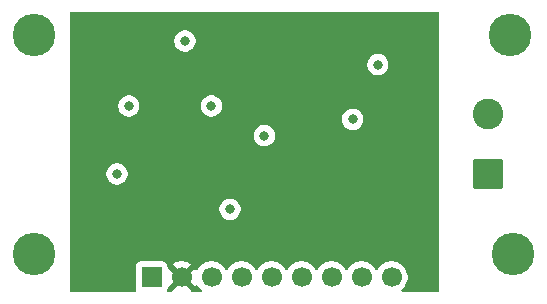
<source format=gbr>
%TF.GenerationSoftware,KiCad,Pcbnew,9.0.3*%
%TF.CreationDate,2025-12-07T20:25:51-06:00*%
%TF.ProjectId,VoltmeterFrontEnd_b,566f6c74-6d65-4746-9572-46726f6e7445,rev?*%
%TF.SameCoordinates,Original*%
%TF.FileFunction,Copper,L3,Inr*%
%TF.FilePolarity,Positive*%
%FSLAX46Y46*%
G04 Gerber Fmt 4.6, Leading zero omitted, Abs format (unit mm)*
G04 Created by KiCad (PCBNEW 9.0.3) date 2025-12-07 20:25:51*
%MOMM*%
%LPD*%
G01*
G04 APERTURE LIST*
G04 Aperture macros list*
%AMRoundRect*
0 Rectangle with rounded corners*
0 $1 Rounding radius*
0 $2 $3 $4 $5 $6 $7 $8 $9 X,Y pos of 4 corners*
0 Add a 4 corners polygon primitive as box body*
4,1,4,$2,$3,$4,$5,$6,$7,$8,$9,$2,$3,0*
0 Add four circle primitives for the rounded corners*
1,1,$1+$1,$2,$3*
1,1,$1+$1,$4,$5*
1,1,$1+$1,$6,$7*
1,1,$1+$1,$8,$9*
0 Add four rect primitives between the rounded corners*
20,1,$1+$1,$2,$3,$4,$5,0*
20,1,$1+$1,$4,$5,$6,$7,0*
20,1,$1+$1,$6,$7,$8,$9,0*
20,1,$1+$1,$8,$9,$2,$3,0*%
G04 Aperture macros list end*
%TA.AperFunction,ComponentPad*%
%ADD10C,1.700000*%
%TD*%
%TA.AperFunction,ComponentPad*%
%ADD11R,1.700000X1.700000*%
%TD*%
%TA.AperFunction,ComponentPad*%
%ADD12C,3.600000*%
%TD*%
%TA.AperFunction,ComponentPad*%
%ADD13RoundRect,0.250000X1.050000X-1.050000X1.050000X1.050000X-1.050000X1.050000X-1.050000X-1.050000X0*%
%TD*%
%TA.AperFunction,ComponentPad*%
%ADD14C,2.600000*%
%TD*%
%TA.AperFunction,ViaPad*%
%ADD15C,0.800000*%
%TD*%
G04 APERTURE END LIST*
D10*
%TO.N,/ADC-1*%
%TO.C,J1*%
X124250000Y-86000000D03*
%TO.N,/V Ref to ADS-0*%
X121710000Y-86000000D03*
%TO.N,unconnected-(J1-Pin_7-Pad7)*%
X119170000Y-86000000D03*
%TO.N,unconnected-(J1-Pin_6-Pad6)*%
X116630000Y-86000000D03*
%TO.N,unconnected-(J1-Pin_5-Pad5)*%
X114090000Y-86000000D03*
%TO.N,MOSFET_Ctrl*%
X111550000Y-86000000D03*
%TO.N,GND*%
X109010000Y-86000000D03*
%TO.N,VDD*%
X106470000Y-86000000D03*
D11*
%TO.N,+9V*%
X103930000Y-86000000D03*
%TD*%
D12*
%TO.N,N/C*%
%TO.C,H3*%
X134500000Y-84000000D03*
%TD*%
%TO.N,N/C*%
%TO.C,H4*%
X94000000Y-84000000D03*
%TD*%
D13*
%TO.N,V_Input_REF*%
%TO.C,J15*%
X132417500Y-77297000D03*
D14*
%TO.N,V_Input_Float*%
X132417500Y-72217000D03*
%TD*%
D12*
%TO.N,N/C*%
%TO.C,H2*%
X134250000Y-65500000D03*
%TD*%
%TO.N,N/C*%
%TO.C,H1*%
X94000000Y-65500000D03*
%TD*%
D15*
%TO.N,VDD*%
X100500000Y-70750000D03*
X101000000Y-84000000D03*
%TO.N,GND*%
X101000000Y-77250000D03*
%TO.N,VDD*%
X120250000Y-68000000D03*
X112000000Y-79250000D03*
X106000000Y-76698843D03*
%TO.N,GND*%
X123086000Y-68000000D03*
X106750000Y-66000000D03*
X109000000Y-71500000D03*
X113481500Y-74002000D03*
%TO.N,/ADC-1*%
X120961000Y-72627000D03*
%TO.N,MOSFET_Ctrl*%
X102000000Y-71500000D03*
X110571000Y-80252000D03*
%TD*%
%TA.AperFunction,Conductor*%
%TO.N,VDD*%
G36*
X128193039Y-63519685D02*
G01*
X128238794Y-63572489D01*
X128250000Y-63624000D01*
X128250000Y-87126000D01*
X128230315Y-87193039D01*
X128177511Y-87238794D01*
X128126000Y-87250000D01*
X125208444Y-87250000D01*
X125141405Y-87230315D01*
X125095650Y-87177511D01*
X125085706Y-87108353D01*
X125114731Y-87044797D01*
X125127905Y-87031716D01*
X125129785Y-87030108D01*
X125129792Y-87030104D01*
X125280104Y-86879792D01*
X125280106Y-86879788D01*
X125280109Y-86879786D01*
X125405048Y-86707820D01*
X125405050Y-86707817D01*
X125405051Y-86707816D01*
X125501557Y-86518412D01*
X125567246Y-86316243D01*
X125600500Y-86106287D01*
X125600500Y-85893713D01*
X125567246Y-85683757D01*
X125501557Y-85481588D01*
X125405051Y-85292184D01*
X125405049Y-85292181D01*
X125405048Y-85292179D01*
X125280109Y-85120213D01*
X125129786Y-84969890D01*
X124957820Y-84844951D01*
X124768414Y-84748444D01*
X124768413Y-84748443D01*
X124768412Y-84748443D01*
X124566243Y-84682754D01*
X124566241Y-84682753D01*
X124566240Y-84682753D01*
X124404957Y-84657208D01*
X124356287Y-84649500D01*
X124143713Y-84649500D01*
X124095042Y-84657208D01*
X123933760Y-84682753D01*
X123731585Y-84748444D01*
X123542179Y-84844951D01*
X123370213Y-84969890D01*
X123219890Y-85120213D01*
X123094949Y-85292182D01*
X123090484Y-85300946D01*
X123042509Y-85351742D01*
X122974688Y-85368536D01*
X122908553Y-85345998D01*
X122869516Y-85300946D01*
X122865050Y-85292182D01*
X122740109Y-85120213D01*
X122589786Y-84969890D01*
X122417820Y-84844951D01*
X122228414Y-84748444D01*
X122228413Y-84748443D01*
X122228412Y-84748443D01*
X122026243Y-84682754D01*
X122026241Y-84682753D01*
X122026240Y-84682753D01*
X121864957Y-84657208D01*
X121816287Y-84649500D01*
X121603713Y-84649500D01*
X121555042Y-84657208D01*
X121393760Y-84682753D01*
X121191585Y-84748444D01*
X121002179Y-84844951D01*
X120830213Y-84969890D01*
X120679890Y-85120213D01*
X120554949Y-85292182D01*
X120550484Y-85300946D01*
X120502509Y-85351742D01*
X120434688Y-85368536D01*
X120368553Y-85345998D01*
X120329516Y-85300946D01*
X120325050Y-85292182D01*
X120200109Y-85120213D01*
X120049786Y-84969890D01*
X119877820Y-84844951D01*
X119688414Y-84748444D01*
X119688413Y-84748443D01*
X119688412Y-84748443D01*
X119486243Y-84682754D01*
X119486241Y-84682753D01*
X119486240Y-84682753D01*
X119324957Y-84657208D01*
X119276287Y-84649500D01*
X119063713Y-84649500D01*
X119015042Y-84657208D01*
X118853760Y-84682753D01*
X118651585Y-84748444D01*
X118462179Y-84844951D01*
X118290213Y-84969890D01*
X118139890Y-85120213D01*
X118014949Y-85292182D01*
X118010484Y-85300946D01*
X117962509Y-85351742D01*
X117894688Y-85368536D01*
X117828553Y-85345998D01*
X117789516Y-85300946D01*
X117785050Y-85292182D01*
X117660109Y-85120213D01*
X117509786Y-84969890D01*
X117337820Y-84844951D01*
X117148414Y-84748444D01*
X117148413Y-84748443D01*
X117148412Y-84748443D01*
X116946243Y-84682754D01*
X116946241Y-84682753D01*
X116946240Y-84682753D01*
X116784957Y-84657208D01*
X116736287Y-84649500D01*
X116523713Y-84649500D01*
X116475042Y-84657208D01*
X116313760Y-84682753D01*
X116111585Y-84748444D01*
X115922179Y-84844951D01*
X115750213Y-84969890D01*
X115599890Y-85120213D01*
X115474949Y-85292182D01*
X115470484Y-85300946D01*
X115422509Y-85351742D01*
X115354688Y-85368536D01*
X115288553Y-85345998D01*
X115249516Y-85300946D01*
X115245050Y-85292182D01*
X115120109Y-85120213D01*
X114969786Y-84969890D01*
X114797820Y-84844951D01*
X114608414Y-84748444D01*
X114608413Y-84748443D01*
X114608412Y-84748443D01*
X114406243Y-84682754D01*
X114406241Y-84682753D01*
X114406240Y-84682753D01*
X114244957Y-84657208D01*
X114196287Y-84649500D01*
X113983713Y-84649500D01*
X113935042Y-84657208D01*
X113773760Y-84682753D01*
X113571585Y-84748444D01*
X113382179Y-84844951D01*
X113210213Y-84969890D01*
X113059890Y-85120213D01*
X112934949Y-85292182D01*
X112930484Y-85300946D01*
X112882509Y-85351742D01*
X112814688Y-85368536D01*
X112748553Y-85345998D01*
X112709516Y-85300946D01*
X112705050Y-85292182D01*
X112580109Y-85120213D01*
X112429786Y-84969890D01*
X112257820Y-84844951D01*
X112068414Y-84748444D01*
X112068413Y-84748443D01*
X112068412Y-84748443D01*
X111866243Y-84682754D01*
X111866241Y-84682753D01*
X111866240Y-84682753D01*
X111704957Y-84657208D01*
X111656287Y-84649500D01*
X111443713Y-84649500D01*
X111395042Y-84657208D01*
X111233760Y-84682753D01*
X111031585Y-84748444D01*
X110842179Y-84844951D01*
X110670213Y-84969890D01*
X110519890Y-85120213D01*
X110394949Y-85292182D01*
X110390484Y-85300946D01*
X110342509Y-85351742D01*
X110274688Y-85368536D01*
X110208553Y-85345998D01*
X110169516Y-85300946D01*
X110165050Y-85292182D01*
X110040109Y-85120213D01*
X109889786Y-84969890D01*
X109717820Y-84844951D01*
X109528414Y-84748444D01*
X109528413Y-84748443D01*
X109528412Y-84748443D01*
X109326243Y-84682754D01*
X109326241Y-84682753D01*
X109326240Y-84682753D01*
X109164957Y-84657208D01*
X109116287Y-84649500D01*
X108903713Y-84649500D01*
X108855042Y-84657208D01*
X108693760Y-84682753D01*
X108491585Y-84748444D01*
X108302179Y-84844951D01*
X108130213Y-84969890D01*
X107979890Y-85120213D01*
X107854949Y-85292182D01*
X107850202Y-85301499D01*
X107802227Y-85352293D01*
X107734405Y-85369087D01*
X107668271Y-85346548D01*
X107629234Y-85301495D01*
X107624626Y-85292452D01*
X107585270Y-85238282D01*
X107585269Y-85238282D01*
X106952962Y-85870590D01*
X106935925Y-85807007D01*
X106870099Y-85692993D01*
X106777007Y-85599901D01*
X106662993Y-85534075D01*
X106599409Y-85517037D01*
X107231716Y-84884728D01*
X107177550Y-84845375D01*
X106988217Y-84748904D01*
X106786129Y-84683242D01*
X106576246Y-84650000D01*
X106363754Y-84650000D01*
X106153872Y-84683242D01*
X106153869Y-84683242D01*
X105951782Y-84748904D01*
X105762439Y-84845380D01*
X105708282Y-84884727D01*
X105708282Y-84884728D01*
X106340591Y-85517037D01*
X106277007Y-85534075D01*
X106162993Y-85599901D01*
X106069901Y-85692993D01*
X106004075Y-85807007D01*
X105987037Y-85870591D01*
X105316818Y-85200372D01*
X105283333Y-85139049D01*
X105283330Y-85139036D01*
X105280499Y-85126015D01*
X105280499Y-85102128D01*
X105274091Y-85042517D01*
X105245926Y-84967002D01*
X105223798Y-84907673D01*
X105223793Y-84907664D01*
X105137547Y-84792455D01*
X105137544Y-84792452D01*
X105022335Y-84706206D01*
X105022328Y-84706202D01*
X104887482Y-84655908D01*
X104887483Y-84655908D01*
X104827883Y-84649501D01*
X104827881Y-84649500D01*
X104827873Y-84649500D01*
X104827864Y-84649500D01*
X103032129Y-84649500D01*
X103032123Y-84649501D01*
X102972516Y-84655908D01*
X102837671Y-84706202D01*
X102837664Y-84706206D01*
X102722455Y-84792452D01*
X102722452Y-84792455D01*
X102636206Y-84907664D01*
X102636202Y-84907671D01*
X102585908Y-85042517D01*
X102579501Y-85102116D01*
X102579500Y-85102135D01*
X102579500Y-86897870D01*
X102579501Y-86897876D01*
X102585908Y-86957483D01*
X102632599Y-87082667D01*
X102637583Y-87152359D01*
X102604098Y-87213682D01*
X102542774Y-87247166D01*
X102516417Y-87250000D01*
X97124000Y-87250000D01*
X97056961Y-87230315D01*
X97011206Y-87177511D01*
X97000000Y-87126000D01*
X97000000Y-80163304D01*
X109670500Y-80163304D01*
X109670500Y-80340695D01*
X109705103Y-80514658D01*
X109705106Y-80514667D01*
X109772983Y-80678540D01*
X109772990Y-80678553D01*
X109871535Y-80826034D01*
X109871538Y-80826038D01*
X109996961Y-80951461D01*
X109996965Y-80951464D01*
X110144446Y-81050009D01*
X110144459Y-81050016D01*
X110267363Y-81100923D01*
X110308334Y-81117894D01*
X110308336Y-81117894D01*
X110308341Y-81117896D01*
X110482304Y-81152499D01*
X110482307Y-81152500D01*
X110482309Y-81152500D01*
X110659693Y-81152500D01*
X110659694Y-81152499D01*
X110717682Y-81140964D01*
X110833658Y-81117896D01*
X110833661Y-81117894D01*
X110833666Y-81117894D01*
X110997547Y-81050013D01*
X111145035Y-80951464D01*
X111270464Y-80826035D01*
X111369013Y-80678547D01*
X111436894Y-80514666D01*
X111471500Y-80340691D01*
X111471500Y-80163309D01*
X111471500Y-80163306D01*
X111471499Y-80163304D01*
X111436896Y-79989341D01*
X111436893Y-79989332D01*
X111369016Y-79825459D01*
X111369009Y-79825446D01*
X111270464Y-79677965D01*
X111270461Y-79677961D01*
X111145038Y-79552538D01*
X111145034Y-79552535D01*
X110997553Y-79453990D01*
X110997540Y-79453983D01*
X110833667Y-79386106D01*
X110833658Y-79386103D01*
X110659694Y-79351500D01*
X110659691Y-79351500D01*
X110482309Y-79351500D01*
X110482306Y-79351500D01*
X110308341Y-79386103D01*
X110308332Y-79386106D01*
X110144459Y-79453983D01*
X110144446Y-79453990D01*
X109996965Y-79552535D01*
X109996961Y-79552538D01*
X109871538Y-79677961D01*
X109871535Y-79677965D01*
X109772990Y-79825446D01*
X109772983Y-79825459D01*
X109705106Y-79989332D01*
X109705103Y-79989341D01*
X109670500Y-80163304D01*
X97000000Y-80163304D01*
X97000000Y-77161304D01*
X100099500Y-77161304D01*
X100099500Y-77338695D01*
X100134103Y-77512658D01*
X100134106Y-77512667D01*
X100201983Y-77676540D01*
X100201990Y-77676553D01*
X100300535Y-77824034D01*
X100300538Y-77824038D01*
X100425961Y-77949461D01*
X100425965Y-77949464D01*
X100573446Y-78048009D01*
X100573459Y-78048016D01*
X100696363Y-78098923D01*
X100737334Y-78115894D01*
X100737336Y-78115894D01*
X100737341Y-78115896D01*
X100911304Y-78150499D01*
X100911307Y-78150500D01*
X100911309Y-78150500D01*
X101088693Y-78150500D01*
X101088694Y-78150499D01*
X101146682Y-78138964D01*
X101262658Y-78115896D01*
X101262661Y-78115894D01*
X101262666Y-78115894D01*
X101426547Y-78048013D01*
X101574035Y-77949464D01*
X101699464Y-77824035D01*
X101798013Y-77676547D01*
X101865894Y-77512666D01*
X101900500Y-77338691D01*
X101900500Y-77161309D01*
X101900500Y-77161306D01*
X101900499Y-77161304D01*
X101865896Y-76987341D01*
X101865893Y-76987332D01*
X101798016Y-76823459D01*
X101798009Y-76823446D01*
X101699464Y-76675965D01*
X101699461Y-76675961D01*
X101574038Y-76550538D01*
X101574034Y-76550535D01*
X101426553Y-76451990D01*
X101426540Y-76451983D01*
X101262667Y-76384106D01*
X101262658Y-76384103D01*
X101088694Y-76349500D01*
X101088691Y-76349500D01*
X100911309Y-76349500D01*
X100911306Y-76349500D01*
X100737341Y-76384103D01*
X100737332Y-76384106D01*
X100573459Y-76451983D01*
X100573446Y-76451990D01*
X100425965Y-76550535D01*
X100425961Y-76550538D01*
X100300538Y-76675961D01*
X100300535Y-76675965D01*
X100201990Y-76823446D01*
X100201983Y-76823459D01*
X100134106Y-76987332D01*
X100134103Y-76987341D01*
X100099500Y-77161304D01*
X97000000Y-77161304D01*
X97000000Y-73913304D01*
X112581000Y-73913304D01*
X112581000Y-74090695D01*
X112615603Y-74264658D01*
X112615606Y-74264667D01*
X112683483Y-74428540D01*
X112683490Y-74428553D01*
X112782035Y-74576034D01*
X112782038Y-74576038D01*
X112907461Y-74701461D01*
X112907465Y-74701464D01*
X113054946Y-74800009D01*
X113054959Y-74800016D01*
X113177863Y-74850923D01*
X113218834Y-74867894D01*
X113218836Y-74867894D01*
X113218841Y-74867896D01*
X113392804Y-74902499D01*
X113392807Y-74902500D01*
X113392809Y-74902500D01*
X113570193Y-74902500D01*
X113570194Y-74902499D01*
X113628182Y-74890964D01*
X113744158Y-74867896D01*
X113744161Y-74867894D01*
X113744166Y-74867894D01*
X113908047Y-74800013D01*
X114055535Y-74701464D01*
X114180964Y-74576035D01*
X114279513Y-74428547D01*
X114347394Y-74264666D01*
X114382000Y-74090691D01*
X114382000Y-73913309D01*
X114382000Y-73913306D01*
X114381999Y-73913304D01*
X114347396Y-73739341D01*
X114347393Y-73739332D01*
X114279516Y-73575459D01*
X114279509Y-73575446D01*
X114180964Y-73427965D01*
X114180961Y-73427961D01*
X114055538Y-73302538D01*
X114055534Y-73302535D01*
X113908053Y-73203990D01*
X113908040Y-73203983D01*
X113744167Y-73136106D01*
X113744158Y-73136103D01*
X113570194Y-73101500D01*
X113570191Y-73101500D01*
X113392809Y-73101500D01*
X113392806Y-73101500D01*
X113218841Y-73136103D01*
X113218832Y-73136106D01*
X113054959Y-73203983D01*
X113054946Y-73203990D01*
X112907465Y-73302535D01*
X112907461Y-73302538D01*
X112782038Y-73427961D01*
X112782035Y-73427965D01*
X112683490Y-73575446D01*
X112683483Y-73575459D01*
X112615606Y-73739332D01*
X112615603Y-73739341D01*
X112581000Y-73913304D01*
X97000000Y-73913304D01*
X97000000Y-72538304D01*
X120060500Y-72538304D01*
X120060500Y-72715695D01*
X120095103Y-72889658D01*
X120095106Y-72889667D01*
X120162983Y-73053540D01*
X120162990Y-73053553D01*
X120261535Y-73201034D01*
X120261538Y-73201038D01*
X120386961Y-73326461D01*
X120386965Y-73326464D01*
X120534446Y-73425009D01*
X120534459Y-73425016D01*
X120657363Y-73475923D01*
X120698334Y-73492894D01*
X120698336Y-73492894D01*
X120698341Y-73492896D01*
X120872304Y-73527499D01*
X120872307Y-73527500D01*
X120872309Y-73527500D01*
X121049693Y-73527500D01*
X121049694Y-73527499D01*
X121107682Y-73515964D01*
X121223658Y-73492896D01*
X121223661Y-73492894D01*
X121223666Y-73492894D01*
X121387547Y-73425013D01*
X121535035Y-73326464D01*
X121660464Y-73201035D01*
X121759013Y-73053547D01*
X121826894Y-72889666D01*
X121861500Y-72715691D01*
X121861500Y-72538309D01*
X121861500Y-72538306D01*
X121861499Y-72538304D01*
X121826896Y-72364341D01*
X121826893Y-72364332D01*
X121759016Y-72200459D01*
X121759009Y-72200446D01*
X121660464Y-72052965D01*
X121660461Y-72052961D01*
X121535038Y-71927538D01*
X121535034Y-71927535D01*
X121387553Y-71828990D01*
X121387540Y-71828983D01*
X121223667Y-71761106D01*
X121223658Y-71761103D01*
X121049694Y-71726500D01*
X121049691Y-71726500D01*
X120872309Y-71726500D01*
X120872306Y-71726500D01*
X120698341Y-71761103D01*
X120698332Y-71761106D01*
X120534459Y-71828983D01*
X120534446Y-71828990D01*
X120386965Y-71927535D01*
X120386961Y-71927538D01*
X120261538Y-72052961D01*
X120261535Y-72052965D01*
X120162990Y-72200446D01*
X120162983Y-72200459D01*
X120095106Y-72364332D01*
X120095103Y-72364341D01*
X120060500Y-72538304D01*
X97000000Y-72538304D01*
X97000000Y-71411304D01*
X101099500Y-71411304D01*
X101099500Y-71588695D01*
X101134103Y-71762658D01*
X101134106Y-71762667D01*
X101201983Y-71926540D01*
X101201990Y-71926553D01*
X101300535Y-72074034D01*
X101300538Y-72074038D01*
X101425961Y-72199461D01*
X101425965Y-72199464D01*
X101573446Y-72298009D01*
X101573459Y-72298016D01*
X101696363Y-72348923D01*
X101737334Y-72365894D01*
X101737336Y-72365894D01*
X101737341Y-72365896D01*
X101911304Y-72400499D01*
X101911307Y-72400500D01*
X101911309Y-72400500D01*
X102088693Y-72400500D01*
X102088694Y-72400499D01*
X102146682Y-72388964D01*
X102262658Y-72365896D01*
X102262661Y-72365894D01*
X102262666Y-72365894D01*
X102426547Y-72298013D01*
X102574035Y-72199464D01*
X102699464Y-72074035D01*
X102798013Y-71926547D01*
X102865894Y-71762666D01*
X102866205Y-71761106D01*
X102900499Y-71588695D01*
X102900500Y-71588693D01*
X102900500Y-71411306D01*
X102900499Y-71411304D01*
X108099500Y-71411304D01*
X108099500Y-71588695D01*
X108134103Y-71762658D01*
X108134106Y-71762667D01*
X108201983Y-71926540D01*
X108201990Y-71926553D01*
X108300535Y-72074034D01*
X108300538Y-72074038D01*
X108425961Y-72199461D01*
X108425965Y-72199464D01*
X108573446Y-72298009D01*
X108573459Y-72298016D01*
X108696363Y-72348923D01*
X108737334Y-72365894D01*
X108737336Y-72365894D01*
X108737341Y-72365896D01*
X108911304Y-72400499D01*
X108911307Y-72400500D01*
X108911309Y-72400500D01*
X109088693Y-72400500D01*
X109088694Y-72400499D01*
X109146682Y-72388964D01*
X109262658Y-72365896D01*
X109262661Y-72365894D01*
X109262666Y-72365894D01*
X109426547Y-72298013D01*
X109574035Y-72199464D01*
X109699464Y-72074035D01*
X109798013Y-71926547D01*
X109865894Y-71762666D01*
X109866205Y-71761106D01*
X109900499Y-71588695D01*
X109900500Y-71588693D01*
X109900500Y-71411306D01*
X109900499Y-71411304D01*
X109865896Y-71237341D01*
X109865893Y-71237332D01*
X109798016Y-71073459D01*
X109798009Y-71073446D01*
X109699464Y-70925965D01*
X109699461Y-70925961D01*
X109574038Y-70800538D01*
X109574034Y-70800535D01*
X109426553Y-70701990D01*
X109426540Y-70701983D01*
X109262667Y-70634106D01*
X109262658Y-70634103D01*
X109088694Y-70599500D01*
X109088691Y-70599500D01*
X108911309Y-70599500D01*
X108911306Y-70599500D01*
X108737341Y-70634103D01*
X108737332Y-70634106D01*
X108573459Y-70701983D01*
X108573446Y-70701990D01*
X108425965Y-70800535D01*
X108425961Y-70800538D01*
X108300538Y-70925961D01*
X108300535Y-70925965D01*
X108201990Y-71073446D01*
X108201983Y-71073459D01*
X108134106Y-71237332D01*
X108134103Y-71237341D01*
X108099500Y-71411304D01*
X102900499Y-71411304D01*
X102865896Y-71237341D01*
X102865893Y-71237332D01*
X102798016Y-71073459D01*
X102798009Y-71073446D01*
X102699464Y-70925965D01*
X102699461Y-70925961D01*
X102574038Y-70800538D01*
X102574034Y-70800535D01*
X102426553Y-70701990D01*
X102426540Y-70701983D01*
X102262667Y-70634106D01*
X102262658Y-70634103D01*
X102088694Y-70599500D01*
X102088691Y-70599500D01*
X101911309Y-70599500D01*
X101911306Y-70599500D01*
X101737341Y-70634103D01*
X101737332Y-70634106D01*
X101573459Y-70701983D01*
X101573446Y-70701990D01*
X101425965Y-70800535D01*
X101425961Y-70800538D01*
X101300538Y-70925961D01*
X101300535Y-70925965D01*
X101201990Y-71073446D01*
X101201983Y-71073459D01*
X101134106Y-71237332D01*
X101134103Y-71237341D01*
X101099500Y-71411304D01*
X97000000Y-71411304D01*
X97000000Y-67911304D01*
X122185500Y-67911304D01*
X122185500Y-68088695D01*
X122220103Y-68262658D01*
X122220106Y-68262667D01*
X122287983Y-68426540D01*
X122287990Y-68426553D01*
X122386535Y-68574034D01*
X122386538Y-68574038D01*
X122511961Y-68699461D01*
X122511965Y-68699464D01*
X122659446Y-68798009D01*
X122659459Y-68798016D01*
X122782363Y-68848923D01*
X122823334Y-68865894D01*
X122823336Y-68865894D01*
X122823341Y-68865896D01*
X122997304Y-68900499D01*
X122997307Y-68900500D01*
X122997309Y-68900500D01*
X123174693Y-68900500D01*
X123174694Y-68900499D01*
X123232682Y-68888964D01*
X123348658Y-68865896D01*
X123348661Y-68865894D01*
X123348666Y-68865894D01*
X123512547Y-68798013D01*
X123660035Y-68699464D01*
X123785464Y-68574035D01*
X123884013Y-68426547D01*
X123951894Y-68262666D01*
X123986500Y-68088691D01*
X123986500Y-67911309D01*
X123986500Y-67911306D01*
X123986499Y-67911304D01*
X123951896Y-67737341D01*
X123951893Y-67737332D01*
X123884016Y-67573459D01*
X123884009Y-67573446D01*
X123785464Y-67425965D01*
X123785461Y-67425961D01*
X123660038Y-67300538D01*
X123660034Y-67300535D01*
X123512553Y-67201990D01*
X123512540Y-67201983D01*
X123348667Y-67134106D01*
X123348658Y-67134103D01*
X123174694Y-67099500D01*
X123174691Y-67099500D01*
X122997309Y-67099500D01*
X122997306Y-67099500D01*
X122823341Y-67134103D01*
X122823332Y-67134106D01*
X122659459Y-67201983D01*
X122659446Y-67201990D01*
X122511965Y-67300535D01*
X122511961Y-67300538D01*
X122386538Y-67425961D01*
X122386535Y-67425965D01*
X122287990Y-67573446D01*
X122287983Y-67573459D01*
X122220106Y-67737332D01*
X122220103Y-67737341D01*
X122185500Y-67911304D01*
X97000000Y-67911304D01*
X97000000Y-65911304D01*
X105849500Y-65911304D01*
X105849500Y-66088695D01*
X105884103Y-66262658D01*
X105884106Y-66262667D01*
X105951983Y-66426540D01*
X105951990Y-66426553D01*
X106050535Y-66574034D01*
X106050538Y-66574038D01*
X106175961Y-66699461D01*
X106175965Y-66699464D01*
X106323446Y-66798009D01*
X106323459Y-66798016D01*
X106446363Y-66848923D01*
X106487334Y-66865894D01*
X106487336Y-66865894D01*
X106487341Y-66865896D01*
X106661304Y-66900499D01*
X106661307Y-66900500D01*
X106661309Y-66900500D01*
X106838693Y-66900500D01*
X106838694Y-66900499D01*
X106896682Y-66888964D01*
X107012658Y-66865896D01*
X107012661Y-66865894D01*
X107012666Y-66865894D01*
X107176547Y-66798013D01*
X107324035Y-66699464D01*
X107449464Y-66574035D01*
X107548013Y-66426547D01*
X107615894Y-66262666D01*
X107650500Y-66088691D01*
X107650500Y-65911309D01*
X107650500Y-65911306D01*
X107650499Y-65911304D01*
X107615896Y-65737341D01*
X107615893Y-65737332D01*
X107548016Y-65573459D01*
X107548009Y-65573446D01*
X107449464Y-65425965D01*
X107449461Y-65425961D01*
X107324038Y-65300538D01*
X107324034Y-65300535D01*
X107176553Y-65201990D01*
X107176540Y-65201983D01*
X107012667Y-65134106D01*
X107012658Y-65134103D01*
X106838694Y-65099500D01*
X106838691Y-65099500D01*
X106661309Y-65099500D01*
X106661306Y-65099500D01*
X106487341Y-65134103D01*
X106487332Y-65134106D01*
X106323459Y-65201983D01*
X106323446Y-65201990D01*
X106175965Y-65300535D01*
X106175961Y-65300538D01*
X106050538Y-65425961D01*
X106050535Y-65425965D01*
X105951990Y-65573446D01*
X105951983Y-65573459D01*
X105884106Y-65737332D01*
X105884103Y-65737341D01*
X105849500Y-65911304D01*
X97000000Y-65911304D01*
X97000000Y-63624000D01*
X97019685Y-63556961D01*
X97072489Y-63511206D01*
X97124000Y-63500000D01*
X128126000Y-63500000D01*
X128193039Y-63519685D01*
G37*
%TD.AperFunction*%
%TA.AperFunction,Conductor*%
G36*
X106004075Y-86192993D02*
G01*
X106069901Y-86307007D01*
X106162993Y-86400099D01*
X106277007Y-86465925D01*
X106340590Y-86482962D01*
X105708282Y-87115269D01*
X105708361Y-87116271D01*
X105705501Y-87129881D01*
X105707481Y-87143647D01*
X105698460Y-87163398D01*
X105693997Y-87184648D01*
X105684233Y-87194552D01*
X105678456Y-87207203D01*
X105660189Y-87218942D01*
X105644946Y-87234405D01*
X105630174Y-87238231D01*
X105619678Y-87244977D01*
X105584743Y-87250000D01*
X105343583Y-87250000D01*
X105276544Y-87230315D01*
X105230789Y-87177511D01*
X105220845Y-87108353D01*
X105227401Y-87082667D01*
X105247005Y-87030104D01*
X105274091Y-86957483D01*
X105280500Y-86897873D01*
X105280499Y-86887312D01*
X105300179Y-86820275D01*
X105316818Y-86799626D01*
X105987037Y-86129408D01*
X106004075Y-86192993D01*
G37*
%TD.AperFunction*%
%TA.AperFunction,Conductor*%
G36*
X107585270Y-86761717D02*
G01*
X107585270Y-86761716D01*
X107624622Y-86707555D01*
X107629232Y-86698507D01*
X107677205Y-86647709D01*
X107745025Y-86630912D01*
X107811161Y-86653447D01*
X107850204Y-86698504D01*
X107854949Y-86707817D01*
X107979890Y-86879786D01*
X108130208Y-87030104D01*
X108132095Y-87031716D01*
X108132611Y-87032507D01*
X108133653Y-87033549D01*
X108133434Y-87033767D01*
X108170284Y-87090227D01*
X108170777Y-87160095D01*
X108133418Y-87219138D01*
X108070069Y-87248610D01*
X108051556Y-87250000D01*
X107355256Y-87250000D01*
X107288217Y-87230315D01*
X107242462Y-87177511D01*
X107231638Y-87116271D01*
X107231716Y-87115269D01*
X106599408Y-86482962D01*
X106662993Y-86465925D01*
X106777007Y-86400099D01*
X106870099Y-86307007D01*
X106935925Y-86192993D01*
X106952962Y-86129408D01*
X107585270Y-86761717D01*
G37*
%TD.AperFunction*%
%TD*%
M02*

</source>
